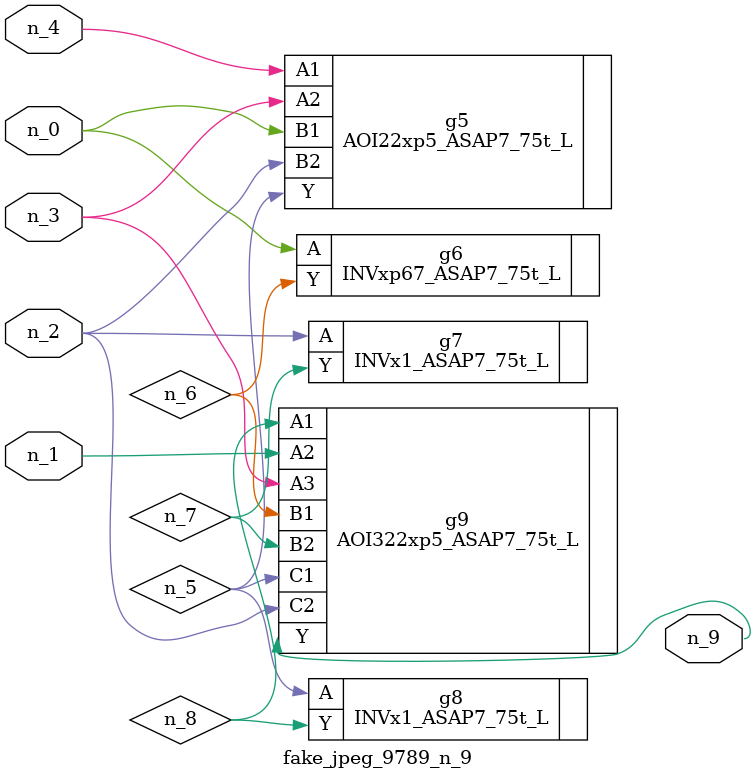
<source format=v>
module fake_jpeg_9789_n_9 (n_3, n_2, n_1, n_0, n_4, n_9);

input n_3;
input n_2;
input n_1;
input n_0;
input n_4;

output n_9;

wire n_8;
wire n_6;
wire n_5;
wire n_7;

AOI22xp5_ASAP7_75t_L g5 ( 
.A1(n_4),
.A2(n_3),
.B1(n_0),
.B2(n_2),
.Y(n_5)
);

INVxp67_ASAP7_75t_L g6 ( 
.A(n_0),
.Y(n_6)
);

INVx1_ASAP7_75t_L g7 ( 
.A(n_2),
.Y(n_7)
);

INVx1_ASAP7_75t_L g8 ( 
.A(n_5),
.Y(n_8)
);

AOI322xp5_ASAP7_75t_L g9 ( 
.A1(n_8),
.A2(n_1),
.A3(n_3),
.B1(n_6),
.B2(n_7),
.C1(n_5),
.C2(n_2),
.Y(n_9)
);


endmodule
</source>
